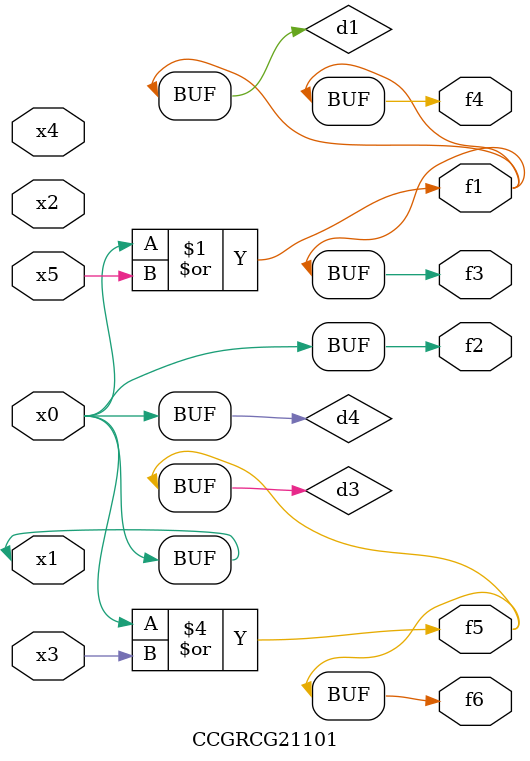
<source format=v>
module CCGRCG21101(
	input x0, x1, x2, x3, x4, x5,
	output f1, f2, f3, f4, f5, f6
);

	wire d1, d2, d3, d4;

	or (d1, x0, x5);
	xnor (d2, x1, x4);
	or (d3, x0, x3);
	buf (d4, x0, x1);
	assign f1 = d1;
	assign f2 = d4;
	assign f3 = d1;
	assign f4 = d1;
	assign f5 = d3;
	assign f6 = d3;
endmodule

</source>
